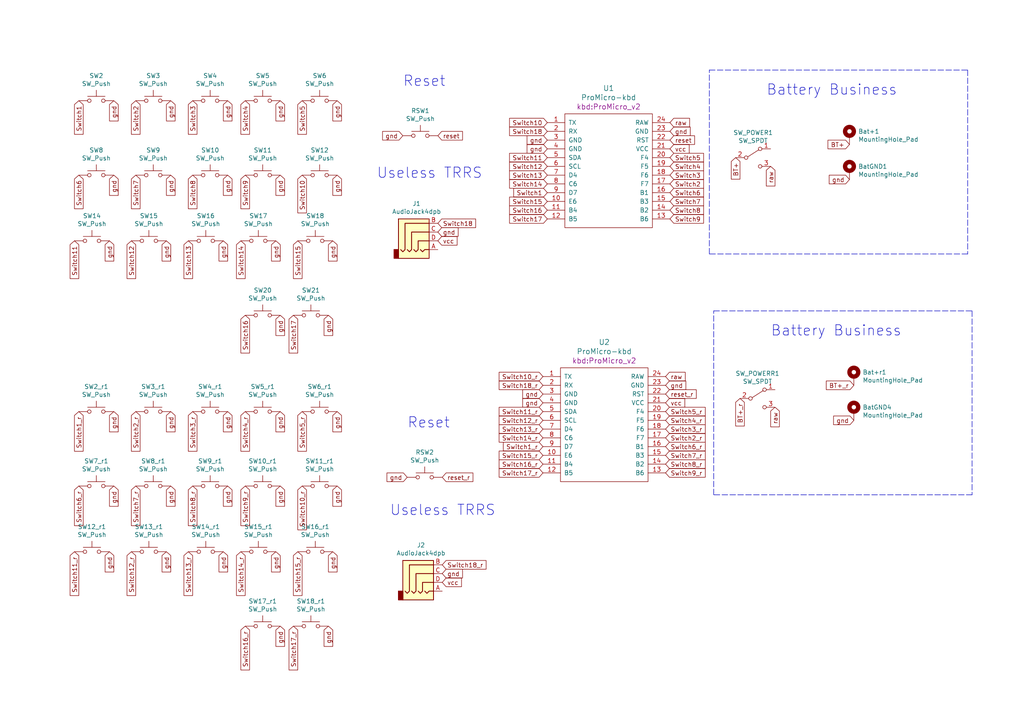
<source format=kicad_sch>
(kicad_sch (version 20211123) (generator eeschema)
  (paper "A4")
  (title_block (title "Sweep V2") (date "2021-03-10") (rev "0.1") (company "broomlabs"))
  (lib_symbols
    (symbol "Mechanical:MountingHole_Pad" (pin_numbers hide) (pin_names (offset 1.016) hide)
      (property "Reference" "H" (at 0 6.35 0))
      (property "Value" "MountingHole_Pad" (at 0 4.445 0))
      (symbol "MountingHole_Pad_0_1"
        (circle (center 0 1.27) (radius 1.27) (stroke (width 1.27)))
      )
      (symbol "MountingHole_Pad_1_1"
        (pin input line (at 0 -2.54 90) (length 2.54) (name "1") (number "1"))
      )
    )
    (symbol "Switch:SW_Push" (pin_numbers hide) (pin_names (offset 1.016) hide)
      (property "Reference" "SW" (at 1.27 2.54 0))
      (property "Value" "SW_Push" (at 0 -1.524 0))
      (symbol "SW_Push_0_1"
        (circle (center -2.032 0) (radius 0.508))
        (polyline (pts (xy 0 1.27) (xy 0 3.048)))
        (polyline (pts (xy 2.54 1.27) (xy -2.54 1.27)))
        (circle (center 2.032 0) (radius 0.508))
        (pin passive line (at -5.08 0 0) (length 2.54) (name "1") (number "1"))
        (pin passive line (at 5.08 0 180) (length 2.54) (name "2") (number "2"))
      )
    )
    (symbol "Switch:SW_SPDT" (pin_names (offset 0) hide)
      (property "Reference" "SW" (at 0 4.318 0))
      (property "Value" "SW_SPDT" (at 0 -5.08 0))
      (symbol "SW_SPDT_0_0"
        (circle (center -2.032 0) (radius 0.508))
        (circle (center 2.032 -2.54) (radius 0.508))
      )
      (symbol "SW_SPDT_0_1"
        (polyline (pts (xy -1.524 0.254) (xy 1.651 2.286)))
        (circle (center 2.032 2.54) (radius 0.508))
      )
      (symbol "SW_SPDT_1_1"
        (pin passive line (at 5.08 2.54 180) (length 2.54) (name "A") (number "1"))
        (pin passive line (at -5.08 0 0) (length 2.54) (name "B") (number "2"))
        (pin passive line (at 5.08 -2.54 180) (length 2.54) (name "C") (number "3"))
      )
    )
    (symbol "sweepv2-rescue:ProMicro-kbd-bigblackpill-34key-rescue" (pin_names (offset 1.016))
      (property "Reference" "U" (at 0 24.13 0))
      (property "Value" "sweepv2-rescue_ProMicro-kbd-bigblackpill-34key-rescue" (at 0 -13.97 0))
      (symbol "ProMicro-kbd-bigblackpill-34key-rescue_0_1"
        (rectangle (start -12.7 21.59) (end 12.7 -11.43))
      )
      (symbol "ProMicro-kbd-bigblackpill-34key-rescue_1_1"
        (pin bidirectional line (at -17.78 19.05 0) (length 5.08) (name "TX") (number "1"))
        (pin bidirectional line (at -17.78 -3.81 0) (length 5.08) (name "E6") (number "10"))
        (pin bidirectional line (at -17.78 -6.35 0) (length 5.08) (name "B4") (number "11"))
        (pin bidirectional line (at -17.78 -8.89 0) (length 5.08) (name "B5") (number "12"))
        (pin bidirectional line (at 17.78 -8.89 180) (length 5.08) (name "B6") (number "13"))
        (pin bidirectional line (at 17.78 -6.35 180) (length 5.08) (name "B2") (number "14"))
        (pin bidirectional line (at 17.78 -3.81 180) (length 5.08) (name "B3") (number "15"))
        (pin bidirectional line (at 17.78 -1.27 180) (length 5.08) (name "B1") (number "16"))
        (pin bidirectional line (at 17.78 1.27 180) (length 5.08) (name "F7") (number "17"))
        (pin bidirectional line (at 17.78 3.81 180) (length 5.08) (name "F6") (number "18"))
        (pin bidirectional line (at 17.78 6.35 180) (length 5.08) (name "F5") (number "19"))
        (pin bidirectional line (at -17.78 16.51 0) (length 5.08) (name "RX") (number "2"))
        (pin bidirectional line (at 17.78 8.89 180) (length 5.08) (name "F4") (number "20"))
        (pin power_in line (at 17.78 11.43 180) (length 5.08) (name "VCC") (number "21"))
        (pin input line (at 17.78 13.97 180) (length 5.08) (name "RST") (number "22"))
        (pin power_in line (at 17.78 16.51 180) (length 5.08) (name "GND") (number "23"))
        (pin power_out line (at 17.78 19.05 180) (length 5.08) (name "RAW") (number "24"))
        (pin power_in line (at -17.78 13.97 0) (length 5.08) (name "GND") (number "3"))
        (pin power_in line (at -17.78 11.43 0) (length 5.08) (name "GND") (number "4"))
        (pin bidirectional line (at -17.78 8.89 0) (length 5.08) (name "SDA") (number "5"))
        (pin bidirectional line (at -17.78 6.35 0) (length 5.08) (name "SCL") (number "6"))
        (pin bidirectional line (at -17.78 3.81 0) (length 5.08) (name "D4") (number "7"))
        (pin bidirectional line (at -17.78 1.27 0) (length 5.08) (name "C6") (number "8"))
        (pin bidirectional line (at -17.78 -1.27 0) (length 5.08) (name "D7") (number "9"))
      )
    )
    (symbol "tokas_bp:AudioJack4dpb"
      (property "Reference" "J" (at 0 8.89 0))
      (property "Value" "tokas_bp_AudioJack4dpb" (at 0 6.35 0))
      (symbol "AudioJack4dpb_0_1"
        (rectangle (start -6.35 -5.08) (end -7.62 -7.62) (stroke (width 0.254)) (fill (type outline)))
        (polyline (pts (xy 0 -5.08) (xy 0.635 -5.715) (xy 1.27 -5.08) (xy 2.54 -5.08)) (stroke (width 0.254)))
        (polyline (pts (xy -5.715 -5.08) (xy -5.08 -5.715) (xy -4.445 -5.08) (xy -4.445 2.54) (xy 2.54 2.54)) (stroke (width 0.254)))
        (polyline (pts (xy -1.905 -5.08) (xy -1.27 -5.715) (xy -0.635 -5.08) (xy -0.635 -2.54) (xy 2.54 -2.54)) (stroke (width 0.254)))
        (polyline (pts (xy 2.54 0) (xy -2.54 0) (xy -2.54 -5.08) (xy -3.175 -5.715) (xy -3.81 -5.08)) (stroke (width 0.254)))
        (rectangle (start 2.54 3.81) (end -6.35 -7.62) (stroke (width 0.254)) (fill (type background)))
      )
      (symbol "AudioJack4dpb_1_1"
        (pin passive line (at 5.08 -5.08 180) (length 2.54) (name "~") (number "A"))
        (pin passive line (at 5.08 2.54 180) (length 2.54) (name "~") (number "B"))
        (pin passive line (at 5.08 0 180) (length 2.54) (name "~") (number "C"))
        (pin passive line (at 5.08 -2.54 180) (length 2.54) (name "~") (number "D"))
      )
    )
  )
  (polyline (pts (xy 207.01 143.51) (xy 207.01 90.17)))
  (polyline (pts (xy 281.94 90.17) (xy 281.94 143.51)))
  (polyline (pts (xy 205.74 73.66) (xy 205.74 20.32)))
  (polyline (pts (xy 280.67 73.66) (xy 205.74 73.66)))
  (polyline (pts (xy 281.94 143.51) (xy 207.01 143.51)))
  (polyline (pts (xy 207.01 90.17) (xy 281.94 90.17)))
  (polyline (pts (xy 205.74 20.32) (xy 280.67 20.32)))
  (polyline (pts (xy 280.67 20.32) (xy 280.67 73.66)))
  (text "Reset" (at 118.11 124.46 0) (effects (font (size 2.9972 2.9972)) (justify left bottom)))
  (text "Useless TRRS\n" (at 109.22 52.07 0) (effects (font (size 2.9972 2.9972)) (justify left bottom)))
  (text "Battery Business" (at 222.25 27.94 0) (effects (font (size 2.9972 2.9972)) (justify left bottom)))
  (text "Useless TRRS\n" (at 113.03 149.86 0) (effects (font (size 2.9972 2.9972)) (justify left bottom)))
  (text "Reset" (at 116.84 25.4 0) (effects (font (size 2.9972 2.9972)) (justify left bottom)))
  (text "Battery Business" (at 223.52 97.79 0) (effects (font (size 2.9972 2.9972)) (justify left bottom)))
  (global_label "Switch11" (shape input) (at 21.59 69.85 270) (property "Intersheet References" "${INTERSHEET_REFS}" (effects hide)))
  (global_label "Switch17_r" (shape input) (at 157.48 137.16 180) (property "Intersheet References" "${INTERSHEET_REFS}" (effects hide)))
  (global_label "Switch14_r" (shape input) (at 157.48 127 180) (property "Intersheet References" "${INTERSHEET_REFS}" (effects hide)))
  (global_label "Switch9" (shape input) (at 71.12 50.8 270) (property "Intersheet References" "${INTERSHEET_REFS}" (effects hide)))
  (global_label "gnd" (shape input) (at 246.38 52.07 180) (property "Intersheet References" "${INTERSHEET_REFS}" (effects hide)))
  (global_label "gnd" (shape input) (at 81.28 181.61 270) (property "Intersheet References" "${INTERSHEET_REFS}" (effects hide)))
  (global_label "gnd" (shape input) (at 157.48 114.3 180) (property "Intersheet References" "${INTERSHEET_REFS}" (effects hide)))
  (global_label "Switch4" (shape input) (at 194.31 48.26 0) (property "Intersheet References" "${INTERSHEET_REFS}" (effects hide)))
  (global_label "Switch9" (shape input) (at 194.31 63.5 0) (property "Intersheet References" "${INTERSHEET_REFS}" (effects hide)))
  (global_label "gnd" (shape input) (at 49.53 119.38 270) (property "Intersheet References" "${INTERSHEET_REFS}" (effects hide)))
  (global_label "gnd" (shape input) (at 157.48 116.84 180) (property "Intersheet References" "${INTERSHEET_REFS}" (effects hide)))
  (global_label "Switch7" (shape input) (at 194.31 58.42 0) (property "Intersheet References" "${INTERSHEET_REFS}" (effects hide)))
  (global_label "gnd" (shape input) (at 64.77 160.02 270) (property "Intersheet References" "${INTERSHEET_REFS}" (effects hide)))
  (global_label "gnd" (shape input) (at 81.28 140.97 270) (property "Intersheet References" "${INTERSHEET_REFS}" (effects hide)))
  (global_label "Switch6" (shape input) (at 194.31 55.88 0) (property "Intersheet References" "${INTERSHEET_REFS}" (effects hide)))
  (global_label "Switch9_r" (shape input) (at 71.12 140.97 270) (property "Intersheet References" "${INTERSHEET_REFS}" (effects hide)))
  (global_label "Switch13" (shape input) (at 158.75 50.8 180) (property "Intersheet References" "${INTERSHEET_REFS}" (effects hide)))
  (global_label "raw" (shape input) (at 193.04 109.22 0) (property "Intersheet References" "${INTERSHEET_REFS}" (effects hide)))
  (global_label "Switch15_r" (shape input) (at 86.36 160.02 270) (property "Intersheet References" "${INTERSHEET_REFS}" (effects hide)))
  (global_label "Switch1_r" (shape input) (at 157.48 129.54 180) (property "Intersheet References" "${INTERSHEET_REFS}" (effects hide)))
  (global_label "gnd" (shape input) (at 96.52 160.02 270) (property "Intersheet References" "${INTERSHEET_REFS}" (effects hide)))
  (global_label "gnd" (shape input) (at 194.31 38.1 0) (property "Intersheet References" "${INTERSHEET_REFS}" (effects hide)))
  (global_label "Switch4_r" (shape input) (at 193.04 121.92 0) (property "Intersheet References" "${INTERSHEET_REFS}" (effects hide)))
  (global_label "gnd" (shape input) (at 97.79 50.8 270) (property "Intersheet References" "${INTERSHEET_REFS}" (effects hide)))
  (global_label "Switch2" (shape input) (at 194.31 53.34 0) (property "Intersheet References" "${INTERSHEET_REFS}" (effects hide)))
  (global_label "gnd" (shape input) (at 158.75 43.18 180) (property "Intersheet References" "${INTERSHEET_REFS}" (effects hide)))
  (global_label "Switch16" (shape input) (at 158.75 60.96 180) (property "Intersheet References" "${INTERSHEET_REFS}" (effects hide)))
  (global_label "Switch18_r" (shape input) (at 157.48 111.76 180) (property "Intersheet References" "${INTERSHEET_REFS}" (effects hide)))
  (global_label "vcc" (shape input) (at 194.31 43.18 0) (property "Intersheet References" "${INTERSHEET_REFS}" (effects hide)))
  (global_label "gnd" (shape input) (at 64.77 69.85 270) (property "Intersheet References" "${INTERSHEET_REFS}" (effects hide)))
  (global_label "gnd" (shape input) (at 31.75 69.85 270) (property "Intersheet References" "${INTERSHEET_REFS}" (effects hide)))
  (global_label "gnd" (shape input) (at 33.02 50.8 270) (property "Intersheet References" "${INTERSHEET_REFS}" (effects hide)))
  (global_label "Switch16_r" (shape input) (at 157.48 134.62 180) (property "Intersheet References" "${INTERSHEET_REFS}" (effects hide)))
  (global_label "gnd" (shape input) (at 33.02 29.21 270) (property "Intersheet References" "${INTERSHEET_REFS}" (effects hide)))
  (global_label "Switch12_r" (shape input) (at 38.1 160.02 270) (property "Intersheet References" "${INTERSHEET_REFS}" (effects hide)))
  (global_label "Switch18" (shape input) (at 127 64.77 0) (property "Intersheet References" "${INTERSHEET_REFS}" (effects hide)))
  (global_label "gnd" (shape input) (at 193.04 111.76 0) (property "Intersheet References" "${INTERSHEET_REFS}" (effects hide)))
  (global_label "gnd" (shape input) (at 66.04 119.38 270) (property "Intersheet References" "${INTERSHEET_REFS}" (effects hide)))
  (global_label "Switch12_r" (shape input) (at 157.48 121.92 180) (property "Intersheet References" "${INTERSHEET_REFS}" (effects hide)))
  (global_label "Switch3_r" (shape input) (at 55.88 119.38 270) (property "Intersheet References" "${INTERSHEET_REFS}" (effects hide)))
  (global_label "Switch17" (shape input) (at 158.75 63.5 180) (property "Intersheet References" "${INTERSHEET_REFS}" (effects hide)))
  (global_label "Switch5_r" (shape input) (at 87.63 119.38 270) (property "Intersheet References" "${INTERSHEET_REFS}" (effects hide)))
  (global_label "Switch11_r" (shape input) (at 157.48 119.38 180) (property "Intersheet References" "${INTERSHEET_REFS}" (effects hide)))
  (global_label "reset_r" (shape input) (at 128.27 138.43 0) (property "Intersheet References" "${INTERSHEET_REFS}" (effects hide)))
  (global_label "reset_r" (shape input) (at 193.04 114.3 0) (property "Intersheet References" "${INTERSHEET_REFS}" (effects hide)))
  (global_label "Switch17_r" (shape input) (at 85.09 181.61 270) (property "Intersheet References" "${INTERSHEET_REFS}" (effects hide)))
  (global_label "Switch15" (shape input) (at 158.75 58.42 180) (property "Intersheet References" "${INTERSHEET_REFS}" (effects hide)))
  (global_label "gnd" (shape input) (at 81.28 119.38 270) (property "Intersheet References" "${INTERSHEET_REFS}" (effects hide)))
  (global_label "reset" (shape input) (at 127 39.37 0) (property "Intersheet References" "${INTERSHEET_REFS}" (effects hide)))
  (global_label "Switch5" (shape input) (at 87.63 29.21 270) (property "Intersheet References" "${INTERSHEET_REFS}" (effects hide)))
  (global_label "Switch3" (shape input) (at 55.88 29.21 270) (property "Intersheet References" "${INTERSHEET_REFS}" (effects hide)))
  (global_label "Switch5" (shape input) (at 194.31 45.72 0) (property "Intersheet References" "${INTERSHEET_REFS}" (effects hide)))
  (global_label "gnd" (shape input) (at 97.79 140.97 270) (property "Intersheet References" "${INTERSHEET_REFS}" (effects hide)))
  (global_label "Switch7" (shape input) (at 39.37 50.8 270) (property "Intersheet References" "${INTERSHEET_REFS}" (effects hide)))
  (global_label "Switch15" (shape input) (at 86.36 69.85 270) (property "Intersheet References" "${INTERSHEET_REFS}" (effects hide)))
  (global_label "gnd" (shape input) (at 49.53 29.21 270) (property "Intersheet References" "${INTERSHEET_REFS}" (effects hide)))
  (global_label "gnd" (shape input) (at 33.02 140.97 270) (property "Intersheet References" "${INTERSHEET_REFS}" (effects hide)))
  (global_label "Switch7_r" (shape input) (at 193.04 132.08 0) (property "Intersheet References" "${INTERSHEET_REFS}" (effects hide)))
  (global_label "Switch1" (shape input) (at 22.86 29.21 270) (property "Intersheet References" "${INTERSHEET_REFS}" (effects hide)))
  (global_label "Switch11_r" (shape input) (at 21.59 160.02 270) (property "Intersheet References" "${INTERSHEET_REFS}" (effects hide)))
  (global_label "BT+" (shape input) (at 246.38 41.91 180) (property "Intersheet References" "${INTERSHEET_REFS}" (effects hide)))
  (global_label "raw" (shape input) (at 224.79 118.11 270) (property "Intersheet References" "${INTERSHEET_REFS}" (effects hide)))
  (global_label "gnd" (shape input) (at 97.79 29.21 270) (property "Intersheet References" "${INTERSHEET_REFS}" (effects hide)))
  (global_label "gnd" (shape input) (at 31.75 160.02 270) (property "Intersheet References" "${INTERSHEET_REFS}" (effects hide)))
  (global_label "gnd" (shape input) (at 80.01 160.02 270) (property "Intersheet References" "${INTERSHEET_REFS}" (effects hide)))
  (global_label "Switch12" (shape input) (at 158.75 48.26 180) (property "Intersheet References" "${INTERSHEET_REFS}" (effects hide)))
  (global_label "gnd" (shape input) (at 49.53 50.8 270) (property "Intersheet References" "${INTERSHEET_REFS}" (effects hide)))
  (global_label "Switch16" (shape input) (at 71.12 91.44 270) (property "Intersheet References" "${INTERSHEET_REFS}" (effects hide)))
  (global_label "vcc" (shape input) (at 193.04 116.84 0) (property "Intersheet References" "${INTERSHEET_REFS}" (effects hide)))
  (global_label "Switch12" (shape input) (at 38.1 69.85 270) (property "Intersheet References" "${INTERSHEET_REFS}" (effects hide)))
  (global_label "BT+_r" (shape input) (at 214.63 115.57 270) (property "Intersheet References" "${INTERSHEET_REFS}" (effects hide)))
  (global_label "Switch2_r" (shape input) (at 39.37 119.38 270) (property "Intersheet References" "${INTERSHEET_REFS}" (effects hide)))
  (global_label "gnd" (shape input) (at 247.65 121.92 180) (property "Intersheet References" "${INTERSHEET_REFS}" (effects hide)))
  (global_label "Switch10_r" (shape input) (at 157.48 109.22 180) (property "Intersheet References" "${INTERSHEET_REFS}" (effects hide)))
  (global_label "gnd" (shape input) (at 158.75 40.64 180) (property "Intersheet References" "${INTERSHEET_REFS}" (effects hide)))
  (global_label "reset" (shape input) (at 194.31 40.64 0) (property "Intersheet References" "${INTERSHEET_REFS}" (effects hide)))
  (global_label "gnd" (shape input) (at 81.28 91.44 270) (property "Intersheet References" "${INTERSHEET_REFS}" (effects hide)))
  (global_label "vcc" (shape input) (at 127 69.85 0) (property "Intersheet References" "${INTERSHEET_REFS}" (effects hide)))
  (global_label "Switch14_r" (shape input) (at 69.85 160.02 270) (property "Intersheet References" "${INTERSHEET_REFS}" (effects hide)))
  (global_label "gnd" (shape input) (at 128.27 166.37 0) (property "Intersheet References" "${INTERSHEET_REFS}" (effects hide)))
  (global_label "gnd" (shape input) (at 48.26 69.85 270) (property "Intersheet References" "${INTERSHEET_REFS}" (effects hide)))
  (global_label "Switch18_r" (shape input) (at 128.27 163.83 0) (property "Intersheet References" "${INTERSHEET_REFS}" (effects hide)))
  (global_label "Switch11" (shape input) (at 158.75 45.72 180) (property "Intersheet References" "${INTERSHEET_REFS}" (effects hide)))
  (global_label "gnd" (shape input) (at 66.04 140.97 270) (property "Intersheet References" "${INTERSHEET_REFS}" (effects hide)))
  (global_label "Switch6_r" (shape input) (at 22.86 140.97 270) (property "Intersheet References" "${INTERSHEET_REFS}" (effects hide)))
  (global_label "gnd" (shape input) (at 127 67.31 0) (property "Intersheet References" "${INTERSHEET_REFS}" (effects hide)))
  (global_label "Switch3_r" (shape input) (at 193.04 124.46 0) (property "Intersheet References" "${INTERSHEET_REFS}" (effects hide)))
  (global_label "Switch1_r" (shape input) (at 22.86 119.38 270) (property "Intersheet References" "${INTERSHEET_REFS}" (effects hide)))
  (global_label "Switch6" (shape input) (at 22.86 50.8 270) (property "Intersheet References" "${INTERSHEET_REFS}" (effects hide)))
  (global_label "Switch1" (shape input) (at 158.75 55.88 180) (property "Intersheet References" "${INTERSHEET_REFS}" (effects hide)))
  (global_label "Switch8_r" (shape input) (at 55.88 140.97 270) (property "Intersheet References" "${INTERSHEET_REFS}" (effects hide)))
  (global_label "Switch9_r" (shape input) (at 193.04 137.16 0) (property "Intersheet References" "${INTERSHEET_REFS}" (effects hide)))
  (global_label "Switch10" (shape input) (at 158.75 35.56 180) (property "Intersheet References" "${INTERSHEET_REFS}" (effects hide)))
  (global_label "Switch5_r" (shape input) (at 193.04 119.38 0) (property "Intersheet References" "${INTERSHEET_REFS}" (effects hide)))
  (global_label "Switch10" (shape input) (at 87.63 50.8 270) (property "Intersheet References" "${INTERSHEET_REFS}" (effects hide)))
  (global_label "Switch3" (shape input) (at 194.31 50.8 0) (property "Intersheet References" "${INTERSHEET_REFS}" (effects hide)))
  (global_label "Switch4_r" (shape input) (at 71.12 119.38 270) (property "Intersheet References" "${INTERSHEET_REFS}" (effects hide)))
  (global_label "gnd" (shape input) (at 95.25 91.44 270) (property "Intersheet References" "${INTERSHEET_REFS}" (effects hide)))
  (global_label "gnd" (shape input) (at 48.26 160.02 270) (property "Intersheet References" "${INTERSHEET_REFS}" (effects hide)))
  (global_label "gnd" (shape input) (at 81.28 50.8 270) (property "Intersheet References" "${INTERSHEET_REFS}" (effects hide)))
  (global_label "gnd" (shape input) (at 81.28 29.21 270) (property "Intersheet References" "${INTERSHEET_REFS}" (effects hide)))
  (global_label "Switch8" (shape input) (at 55.88 50.8 270) (property "Intersheet References" "${INTERSHEET_REFS}" (effects hide)))
  (global_label "gnd" (shape input) (at 66.04 29.21 270) (property "Intersheet References" "${INTERSHEET_REFS}" (effects hide)))
  (global_label "Switch17" (shape input) (at 85.09 91.44 270) (property "Intersheet References" "${INTERSHEET_REFS}" (effects hide)))
  (global_label "Switch14" (shape input) (at 69.85 69.85 270) (property "Intersheet References" "${INTERSHEET_REFS}" (effects hide)))
  (global_label "Switch13_r" (shape input) (at 157.48 124.46 180) (property "Intersheet References" "${INTERSHEET_REFS}" (effects hide)))
  (global_label "raw" (shape input) (at 223.52 48.26 270) (property "Intersheet References" "${INTERSHEET_REFS}" (effects hide)))
  (global_label "Switch7_r" (shape input) (at 39.37 140.97 270) (property "Intersheet References" "${INTERSHEET_REFS}" (effects hide)))
  (global_label "gnd" (shape input) (at 33.02 119.38 270) (property "Intersheet References" "${INTERSHEET_REFS}" (effects hide)))
  (global_label "Switch2_r" (shape input) (at 193.04 127 0) (property "Intersheet References" "${INTERSHEET_REFS}" (effects hide)))
  (global_label "Switch18" (shape input) (at 158.75 38.1 180) (property "Intersheet References" "${INTERSHEET_REFS}" (effects hide)))
  (global_label "Switch2" (shape input) (at 39.37 29.21 270) (property "Intersheet References" "${INTERSHEET_REFS}" (effects hide)))
  (global_label "Switch15_r" (shape input) (at 157.48 132.08 180) (property "Intersheet References" "${INTERSHEET_REFS}" (effects hide)))
  (global_label "gnd" (shape input) (at 116.84 39.37 180) (property "Intersheet References" "${INTERSHEET_REFS}" (effects hide)))
  (global_label "raw" (shape input) (at 194.31 35.56 0) (property "Intersheet References" "${INTERSHEET_REFS}" (effects hide)))
  (global_label "gnd" (shape input) (at 95.25 181.61 270) (property "Intersheet References" "${INTERSHEET_REFS}" (effects hide)))
  (global_label "gnd" (shape input) (at 97.79 119.38 270) (property "Intersheet References" "${INTERSHEET_REFS}" (effects hide)))
  (global_label "vcc" (shape input) (at 128.27 168.91 0) (property "Intersheet References" "${INTERSHEET_REFS}" (effects hide)))
  (global_label "gnd" (shape input) (at 66.04 50.8 270) (property "Intersheet References" "${INTERSHEET_REFS}" (effects hide)))
  (global_label "Switch16_r" (shape input) (at 71.12 181.61 270) (property "Intersheet References" "${INTERSHEET_REFS}" (effects hide)))
  (global_label "Switch8" (shape input) (at 194.31 60.96 0) (property "Intersheet References" "${INTERSHEET_REFS}" (effects hide)))
  (global_label "Switch6_r" (shape input) (at 193.04 129.54 0) (property "Intersheet References" "${INTERSHEET_REFS}" (effects hide)))
  (global_label "gnd" (shape input) (at 80.01 69.85 270) (property "Intersheet References" "${INTERSHEET_REFS}" (effects hide)))
  (global_label "Switch14" (shape input) (at 158.75 53.34 180) (property "Intersheet References" "${INTERSHEET_REFS}" (effects hide)))
  (global_label "Switch4" (shape input) (at 71.12 29.21 270) (property "Intersheet References" "${INTERSHEET_REFS}" (effects hide)))
  (global_label "gnd" (shape input) (at 49.53 140.97 270) (property "Intersheet References" "${INTERSHEET_REFS}" (effects hide)))
  (global_label "Switch13" (shape input) (at 54.61 69.85 270) (property "Intersheet References" "${INTERSHEET_REFS}" (effects hide)))
  (global_label "BT+" (shape input) (at 213.36 45.72 270) (property "Intersheet References" "${INTERSHEET_REFS}" (effects hide)))
  (global_label "gnd" (shape input) (at 96.52 69.85 270) (property "Intersheet References" "${INTERSHEET_REFS}" (effects hide)))
  (global_label "BT+_r" (shape input) (at 247.65 111.76 180) (property "Intersheet References" "${INTERSHEET_REFS}" (effects hide)))
  (global_label "Switch10_r" (shape input) (at 87.63 140.97 270) (property "Intersheet References" "${INTERSHEET_REFS}" (effects hide)))
  (global_label "gnd" (shape input) (at 118.11 138.43 180) (property "Intersheet References" "${INTERSHEET_REFS}" (effects hide)))
  (global_label "Switch8_r" (shape input) (at 193.04 134.62 0) (property "Intersheet References" "${INTERSHEET_REFS}" (effects hide)))
  (global_label "Switch13_r" (shape input) (at 54.61 160.02 270) (property "Intersheet References" "${INTERSHEET_REFS}" (effects hide)))
  (symbol (lib_id "Mechanical:MountingHole_Pad") (at 246.38 39.37 0) (unit 1)
    (property "Reference" "Bat+1" (at 248.92 38.1254 0) (effects (justify left)))
    (property "Value" "MountingHole_Pad" (at 248.92 40.4368 0) (effects (justify left)))
    (property "Footprint" "kbd:1pin_conn" (effects hide))
  )
  (symbol (lib_id "Mechanical:MountingHole_Pad") (at 246.38 49.53 0) (unit 1)
    (property "Reference" "BatGND1" (at 248.92 48.2854 0) (effects (justify left)))
    (property "Value" "MountingHole_Pad" (at 248.92 50.5968 0) (effects (justify left)))
    (property "Footprint" "kbd:1pin_conn" (effects hide))
  )
  (symbol (lib_id "sweepv2-rescue:ProMicro-kbd-bigblackpill-34key-rescue") (at 176.53 54.61 0) (unit 1)
    (property "Reference" "U1" (at 176.53 25.5778 0) (effects (font (size 1.524 1.524))))
    (property "Value" "ProMicro-kbd" (at 176.53 28.2702 0) (effects (font (size 1.524 1.524))))
    (property "Footprint" "kbd:ProMicro_v2" (at 176.53 30.9626 0) (effects (font (size 1.524 1.524))))
  )
  (symbol (lib_id "Switch:SW_Push") (at 27.94 29.21 0) (unit 1)
    (property "Reference" "SW2" (at 27.94 21.971 0))
    (property "Value" "SW_Push" (at 27.94 24.2824 0))
    (property "Footprint" "Kailh:SW_PG1350_rev_DPB" (effects hide))
  )
  (symbol (lib_id "Switch:SW_Push") (at 44.45 29.21 0) (unit 1)
    (property "Reference" "SW3" (at 44.45 21.971 0))
    (property "Value" "SW_Push" (at 44.45 24.2824 0))
    (property "Footprint" "Kailh:SW_PG1350_rev_DPB" (effects hide))
  )
  (symbol (lib_id "Switch:SW_Push") (at 60.96 29.21 0) (unit 1)
    (property "Reference" "SW4" (at 60.96 21.971 0))
    (property "Value" "SW_Push" (at 60.96 24.2824 0))
    (property "Footprint" "Kailh:SW_PG1350_rev_DPB" (effects hide))
  )
  (symbol (lib_id "Switch:SW_Push") (at 76.2 29.21 0) (unit 1)
    (property "Reference" "SW5" (at 76.2 21.971 0))
    (property "Value" "SW_Push" (at 76.2 24.2824 0))
    (property "Footprint" "Kailh:SW_PG1350_rev_DPB" (effects hide))
  )
  (symbol (lib_id "Switch:SW_Push") (at 92.71 29.21 0) (unit 1)
    (property "Reference" "SW6" (at 92.71 21.971 0))
    (property "Value" "SW_Push" (at 92.71 24.2824 0))
    (property "Footprint" "Kailh:SW_PG1350_rev_DPB" (effects hide))
  )
  (symbol (lib_id "Switch:SW_Push") (at 76.2 91.44 0) (unit 1)
    (property "Reference" "SW20" (at 76.2 84.201 0))
    (property "Value" "SW_Push" (at 76.2 86.5124 0))
    (property "Footprint" "Kailh:SW_PG1350_rev_DPB" (effects hide))
  )
  (symbol (lib_id "Switch:SW_Push") (at 90.17 91.44 0) (unit 1)
    (property "Reference" "SW21" (at 90.17 84.201 0))
    (property "Value" "SW_Push" (at 90.17 86.5124 0))
    (property "Footprint" "Kailh:SW_PG1350_rev_DPB" (effects hide))
  )
  (symbol (lib_id "Switch:SW_Push") (at 27.94 50.8 0) (unit 1)
    (property "Reference" "SW8" (at 27.94 43.561 0))
    (property "Value" "SW_Push" (at 27.94 45.8724 0))
    (property "Footprint" "Kailh:SW_PG1350_rev_DPB" (effects hide))
  )
  (symbol (lib_id "Switch:SW_Push") (at 44.45 50.8 0) (unit 1)
    (property "Reference" "SW9" (at 44.45 43.561 0))
    (property "Value" "SW_Push" (at 44.45 45.8724 0))
    (property "Footprint" "Kailh:SW_PG1350_rev_DPB" (effects hide))
  )
  (symbol (lib_id "Switch:SW_Push") (at 60.96 50.8 0) (unit 1)
    (property "Reference" "SW10" (at 60.96 43.561 0))
    (property "Value" "SW_Push" (at 60.96 45.8724 0))
    (property "Footprint" "Kailh:SW_PG1350_rev_DPB" (effects hide))
  )
  (symbol (lib_id "Switch:SW_Push") (at 76.2 50.8 0) (unit 1)
    (property "Reference" "SW11" (at 76.2 43.561 0))
    (property "Value" "SW_Push" (at 76.2 45.8724 0))
    (property "Footprint" "Kailh:SW_PG1350_rev_DPB" (effects hide))
  )
  (symbol (lib_id "Switch:SW_Push") (at 92.71 50.8 0) (unit 1)
    (property "Reference" "SW12" (at 92.71 43.561 0))
    (property "Value" "SW_Push" (at 92.71 45.8724 0))
    (property "Footprint" "Kailh:SW_PG1350_rev_DPB" (effects hide))
  )
  (symbol (lib_id "Switch:SW_Push") (at 26.67 69.85 0) (unit 1)
    (property "Reference" "SW14" (at 26.67 62.611 0))
    (property "Value" "SW_Push" (at 26.67 64.9224 0))
    (property "Footprint" "Kailh:SW_PG1350_rev_DPB" (effects hide))
  )
  (symbol (lib_id "Switch:SW_Push") (at 43.18 69.85 0) (unit 1)
    (property "Reference" "SW15" (at 43.18 62.611 0))
    (property "Value" "SW_Push" (at 43.18 64.9224 0))
    (property "Footprint" "Kailh:SW_PG1350_rev_DPB" (effects hide))
  )
  (symbol (lib_id "Switch:SW_Push") (at 59.69 69.85 0) (unit 1)
    (property "Reference" "SW16" (at 59.69 62.611 0))
    (property "Value" "SW_Push" (at 59.69 64.9224 0))
    (property "Footprint" "Kailh:SW_PG1350_rev_DPB" (effects hide))
  )
  (symbol (lib_id "Switch:SW_Push") (at 74.93 69.85 0) (unit 1)
    (property "Reference" "SW17" (at 74.93 62.611 0))
    (property "Value" "SW_Push" (at 74.93 64.9224 0))
    (property "Footprint" "Kailh:SW_PG1350_rev_DPB" (effects hide))
  )
  (symbol (lib_id "Switch:SW_Push") (at 91.44 69.85 0) (unit 1)
    (property "Reference" "SW18" (at 91.44 62.611 0))
    (property "Value" "SW_Push" (at 91.44 64.9224 0))
    (property "Footprint" "Kailh:SW_PG1350_rev_DPB" (effects hide))
  )
  (symbol (lib_id "Switch:SW_Push") (at 121.92 39.37 0) (unit 1)
    (property "Reference" "RSW1" (at 121.92 32.131 0))
    (property "Value" "SW_Push" (at 121.92 34.4424 0))
    (property "Footprint" "kbd:ResetSW" (effects hide))
  )
  (symbol (lib_id "Switch:SW_SPDT") (at 218.44 45.72 0) (unit 1)
    (property "Reference" "SW_POWER1" (at 218.44 38.481 0))
    (property "Value" "SW_SPDT" (at 218.44 40.7924 0))
    (property "Footprint" "Kailh:SPDT_C128955" (effects hide))
  )
  (symbol (lib_id "tokas_bp:AudioJack4dpb") (at 121.92 67.31 0) (unit 1)
    (property "Reference" "J1" (at 120.8278 59.055 0))
    (property "Value" "AudioJack4dpb" (at 120.8278 61.3664 0))
    (property "Footprint" "kbd:MJ-4PP-9" (effects hide))
  )
  (symbol (lib_id "Switch:SW_Push") (at 27.94 119.38 0) (unit 1)
    (property "Reference" "SW2_r1" (at 27.94 112.141 0))
    (property "Value" "SW_Push" (at 27.94 114.4524 0))
    (property "Footprint" "Kailh:SW_PG1350_rev_DPB" (effects hide))
  )
  (symbol (lib_id "Switch:SW_Push") (at 44.45 119.38 0) (unit 1)
    (property "Reference" "SW3_r1" (at 44.45 112.141 0))
    (property "Value" "SW_Push" (at 44.45 114.4524 0))
    (property "Footprint" "Kailh:SW_PG1350_rev_DPB" (effects hide))
  )
  (symbol (lib_id "Switch:SW_Push") (at 60.96 119.38 0) (unit 1)
    (property "Reference" "SW4_r1" (at 60.96 112.141 0))
    (property "Value" "SW_Push" (at 60.96 114.4524 0))
    (property "Footprint" "Kailh:SW_PG1350_rev_DPB" (effects hide))
  )
  (symbol (lib_id "Switch:SW_Push") (at 76.2 119.38 0) (unit 1)
    (property "Reference" "SW5_r1" (at 76.2 112.141 0))
    (property "Value" "SW_Push" (at 76.2 114.4524 0))
    (property "Footprint" "Kailh:SW_PG1350_rev_DPB" (effects hide))
  )
  (symbol (lib_id "Switch:SW_Push") (at 92.71 119.38 0) (unit 1)
    (property "Reference" "SW6_r1" (at 92.71 112.141 0))
    (property "Value" "SW_Push" (at 92.71 114.4524 0))
    (property "Footprint" "Kailh:SW_PG1350_rev_DPB" (effects hide))
  )
  (symbol (lib_id "Switch:SW_Push") (at 76.2 181.61 0) (unit 1)
    (property "Reference" "SW17_r1" (at 76.2 174.371 0))
    (property "Value" "SW_Push" (at 76.2 176.6824 0))
    (property "Footprint" "Kailh:SW_PG1350_rev_DPB" (effects hide))
  )
  (symbol (lib_id "Switch:SW_Push") (at 90.17 181.61 0) (unit 1)
    (property "Reference" "SW18_r1" (at 90.17 174.371 0))
    (property "Value" "SW_Push" (at 90.17 176.6824 0))
    (property "Footprint" "Kailh:SW_PG1350_rev_DPB" (effects hide))
  )
  (symbol (lib_id "Switch:SW_Push") (at 27.94 140.97 0) (unit 1)
    (property "Reference" "SW7_r1" (at 27.94 133.731 0))
    (property "Value" "SW_Push" (at 27.94 136.0424 0))
    (property "Footprint" "Kailh:SW_PG1350_rev_DPB" (effects hide))
  )
  (symbol (lib_id "Switch:SW_Push") (at 44.45 140.97 0) (unit 1)
    (property "Reference" "SW8_r1" (at 44.45 133.731 0))
    (property "Value" "SW_Push" (at 44.45 136.0424 0))
    (property "Footprint" "Kailh:SW_PG1350_rev_DPB" (effects hide))
  )
  (symbol (lib_id "Switch:SW_Push") (at 60.96 140.97 0) (unit 1)
    (property "Reference" "SW9_r1" (at 60.96 133.731 0))
    (property "Value" "SW_Push" (at 60.96 136.0424 0))
    (property "Footprint" "Kailh:SW_PG1350_rev_DPB" (effects hide))
  )
  (symbol (lib_id "Switch:SW_Push") (at 76.2 140.97 0) (unit 1)
    (property "Reference" "SW10_r1" (at 76.2 133.731 0))
    (property "Value" "SW_Push" (at 76.2 136.0424 0))
    (property "Footprint" "Kailh:SW_PG1350_rev_DPB" (effects hide))
  )
  (symbol (lib_id "Switch:SW_Push") (at 92.71 140.97 0) (unit 1)
    (property "Reference" "SW11_r1" (at 92.71 133.731 0))
    (property "Value" "SW_Push" (at 92.71 136.0424 0))
    (property "Footprint" "Kailh:SW_PG1350_rev_DPB" (effects hide))
  )
  (symbol (lib_id "Switch:SW_Push") (at 26.67 160.02 0) (unit 1)
    (property "Reference" "SW12_r1" (at 26.67 152.781 0))
    (property "Value" "SW_Push" (at 26.67 155.0924 0))
    (property "Footprint" "Kailh:SW_PG1350_rev_DPB" (effects hide))
  )
  (symbol (lib_id "Switch:SW_Push") (at 43.18 160.02 0) (unit 1)
    (property "Reference" "SW13_r1" (at 43.18 152.781 0))
    (property "Value" "SW_Push" (at 43.18 155.0924 0))
    (property "Footprint" "Kailh:SW_PG1350_rev_DPB" (effects hide))
  )
  (symbol (lib_id "Switch:SW_Push") (at 59.69 160.02 0) (unit 1)
    (property "Reference" "SW14_r1" (at 59.69 152.781 0))
    (property "Value" "SW_Push" (at 59.69 155.0924 0))
    (property "Footprint" "Kailh:SW_PG1350_rev_DPB" (effects hide))
  )
  (symbol (lib_id "Switch:SW_Push") (at 74.93 160.02 0) (unit 1)
    (property "Reference" "SW15_r1" (at 74.93 152.781 0))
    (property "Value" "SW_Push" (at 74.93 155.0924 0))
    (property "Footprint" "Kailh:SW_PG1350_rev_DPB" (effects hide))
  )
  (symbol (lib_id "Switch:SW_Push") (at 91.44 160.02 0) (unit 1)
    (property "Reference" "SW16_r1" (at 91.44 152.781 0))
    (property "Value" "SW_Push" (at 91.44 155.0924 0))
    (property "Footprint" "Kailh:SW_PG1350_rev_DPB" (effects hide))
  )
  (symbol (lib_id "sweepv2-rescue:ProMicro-kbd-bigblackpill-34key-rescue") (at 175.26 128.27 0) (unit 1)
    (property "Reference" "U2" (at 175.26 99.2378 0) (effects (font (size 1.524 1.524))))
    (property "Value" "ProMicro-kbd" (at 175.26 101.9302 0) (effects (font (size 1.524 1.524))))
    (property "Footprint" "kbd:ProMicro_v2" (at 175.26 104.6226 0) (effects (font (size 1.524 1.524))))
  )
  (symbol (lib_id "Switch:SW_Push") (at 123.19 138.43 0) (unit 1)
    (property "Reference" "RSW2" (at 123.19 131.191 0))
    (property "Value" "SW_Push" (at 123.19 133.5024 0))
    (property "Footprint" "kbd:ResetSW" (effects hide))
  )
  (symbol (lib_id "tokas_bp:AudioJack4dpb") (at 123.19 166.37 0) (unit 1)
    (property "Reference" "J2" (at 122.0978 158.115 0))
    (property "Value" "AudioJack4dpb" (at 122.0978 160.4264 0))
    (property "Footprint" "kbd:MJ-4PP-9" (effects hide))
  )
  (symbol (lib_id "Switch:SW_SPDT") (at 219.71 115.57 0) (unit 1)
    (property "Reference" "SW_POWERR1" (at 219.71 108.331 0))
    (property "Value" "SW_SPDT" (at 219.71 110.6424 0))
    (property "Footprint" "Kailh:SPDT_C128955" (effects hide))
  )
  (symbol (lib_id "Mechanical:MountingHole_Pad") (at 247.65 109.22 0) (unit 1)
    (property "Reference" "Bat+r1" (at 250.19 107.9754 0) (effects (justify left)))
    (property "Value" "MountingHole_Pad" (at 250.19 110.2868 0) (effects (justify left)))
    (property "Footprint" "kbd:1pin_conn" (effects hide))
  )
  (symbol (lib_id "Mechanical:MountingHole_Pad") (at 247.65 119.38 0) (unit 1)
    (property "Reference" "BatGND4" (at 250.19 118.1354 0) (effects (justify left)))
    (property "Value" "MountingHole_Pad" (at 250.19 120.4468 0) (effects (justify left)))
    (property "Footprint" "kbd:1pin_conn" (effects hide))
  )
)
</source>
